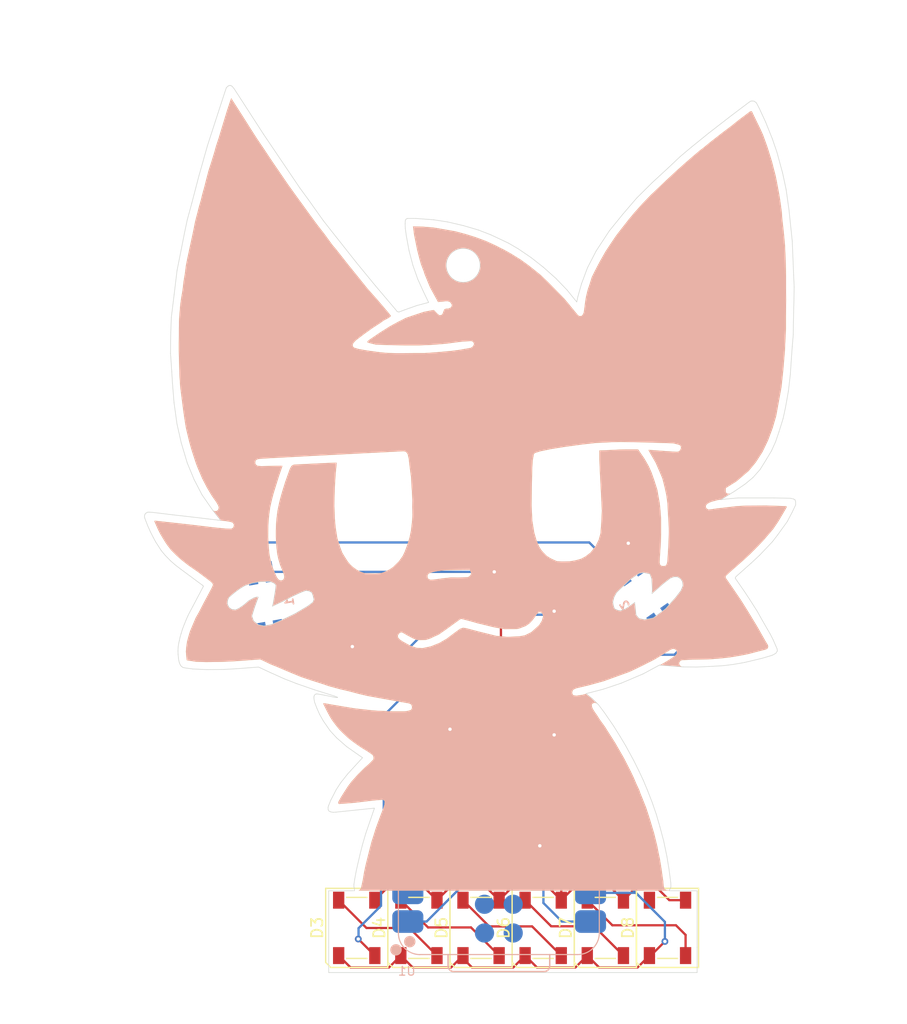
<source format=kicad_pcb>
(kicad_pcb (version 20240108) (generator "pcbnew") (generator_version "8.0")
  (layers (0 "F.Cu" signal) (31 "B.Cu" signal) (34 "B.Paste" user) (35 "F.Paste" user) (36 "B.SilkS" user "B.Silkscreen") (37 "F.SilkS" user "F.Silkscreen") (38 "B.Mask" user) (39 "F.Mask" user) (44 "Edge.Cuts" user))
  (net 0 "")
  (net 1 "Net-(D1-DOUT)")
  (net 2 "Net-(D2-DOUT)")
  (net 3 "Net-(D3-DOUT)")
  (net 4 "Net-(D4-DOUT)")
  (net 5 "Net-(D5-DOUT)")
  (net 6 "Net-(D6-DOUT)")
  (net 7 "Net-(D7-DOUT)")
  (net 12 "+5v")
  (net 17 "+3v3")
  (net 21 "GND")
  (net 30 "Net-(D1-DIN)")
  (footprint "LED_SMD:LED_SK6812_PLCC4_5.0x5.0mm_P3.2mm" (layer "F.Cu") (at 159.18 154.7 90)
    (property "Reference" "D6")
    (property "Value" "SK6812")
  )
  (footprint "LED_SMD:LED_SK6812_PLCC4_5.0x5.0mm_P3.2mm" (layer "F.Cu") (at 170.18 154.7 90)
    (property "Reference" "D8")
    (property "Value" "SK6812")
  )
  (footprint "LED_SMD:LED_SK6812_PLCC4_5.0x5.0mm_P3.2mm" (layer "F.Cu") (at 164.68 154.7 90)
    (property "Reference" "D7")
    (property "Value" "SK6812")
  )
  (footprint "LED_SMD:LED_SK6812_PLCC4_5.0x5.0mm_P3.2mm" (layer "F.Cu") (at 153.68 154.7 90)
    (property "Reference" "D5")
    (property "Value" "SK6812")
  )
  (footprint "LED_SMD:LED_SK6812_PLCC4_5.0x5.0mm_P3.2mm" (layer "F.Cu") (at 148.18 154.7 90)
    (property "Reference" "D4")
    (property "Value" "SK6812")
  )
  (footprint "LED_SMD:LED_SK6812_PLCC4_5.0x5.0mm_P3.2mm" (layer "F.Cu") (at 142.68 154.7 90)
    (property "Reference" "D3")
    (property "Value" "SK6812")
  )
  (footprint "Pixeldust:SK6812MINI-E" (layer "B.Cu") (at 134.605517 125.900284 -80)
    (property "Reference" "D1")
    (property "Value" "SK6812MINI" (hide yes))
  )
  (footprint "Pixeldust:SK6812MINI-E" (layer "B.Cu") (at 168.273065 125.220022 125)
    (property "Reference" "D2")
    (property "Value" "SK6812MINI" (hide yes))
  )
  (footprint "Pixeldust:XIAO-ESP32S3-SMD" (layer "B.Cu") (at 155.261364 146.566999)
    (property "Reference" "U1")
    (property "Value" "XIAO-ESP32-S3-SMD")
  )
  (gr_line (start 179.88 130.03) (end 179.76 129.75) (stroke (width 0.05)) (layer "Edge.Cuts"))
  (gr_line (start 125.38 118.04) (end 126.35 118.16) (stroke (width 0.05)) (layer "Edge.Cuts"))
  (gr_line (start 147.91 91.95) (end 147.16 91.95) (stroke (width 0.05)) (layer "Edge.Cuts"))
  (gr_line (start 180.78 118.76) (end 181.21 117.94) (stroke (width 0.05)) (layer "Edge.Cuts"))
  (gr_line (start 168.01 132.24) (end 169.46 131.46) (stroke (width 0.05)) (layer "Edge.Cuts"))
  (gr_line (start 168.83 124.74) (end 168.81 125.13) (stroke (width 0.05)) (layer "Edge.Cuts"))
  (gr_line (start 128.17 126.27) (end 127.86 126.85) (stroke (width 0.05)) (layer "Edge.Cuts"))
  (gr_line (start 127.36 131.68) (end 127.52 131.71) (stroke (width 0.05)) (layer "Edge.Cuts"))
  (gr_line (start 175.24 116.78) (end 174.9 116.83) (stroke (width 0.05)) (layer "Edge.Cuts"))
  (gr_line (start 127.94 123.59) (end 129.02 124.39) (stroke (width 0.05)) (layer "Edge.Cuts"))
  (gr_line (start 149.49 92.07) (end 147.91 91.95) (stroke (width 0.05)) (layer "Edge.Cuts"))
  (gr_line (start 135.92 127.53) (end 135.13 127.87) (stroke (width 0.05)) (layer "Edge.Cuts"))
  (gr_line (start 172.78 131.63) (end 173.87 131.58) (stroke (width 0.05)) (layer "Edge.Cuts"))
  (gr_line (start 168.92 127.29) (end 168.15 127.44) (stroke (width 0.05)) (layer "Edge.Cuts"))
  (gr_line (start 148.08 97.32) (end 148.56 98.38) (stroke (width 0.05)) (layer "Edge.Cuts"))
  (gr_line (start 179.6 116.67) (end 176.42 116.67) (stroke (width 0.05)) (layer "Edge.Cuts"))
  (gr_line (start 142.43 150.85) (end 142.43 151.05) (stroke (width 0.05)) (layer "Edge.Cuts"))
  (gr_line (start 127.68 92.08) (end 127.43 93.27) (stroke (width 0.05)) (layer "Edge.Cuts"))
  (gr_line (start 168.04 141.65) (end 167.67 140.86) (stroke (width 0.05)) (layer "Edge.Cuts"))
  (gr_line (start 131.53 80.19) (end 131.42 80.19) (stroke (width 0.05)) (layer "Edge.Cuts"))
  (gr_line (start 133.99 131.63) (end 135.02 132.11) (stroke (width 0.05)) (layer "Edge.Cuts"))
  (gr_line (start 146.96 100.02) (end 146.41 100.23) (stroke (width 0.05)) (layer "Edge.Cuts"))
  (gr_line (start 149.04 99.38) (end 148.01 99.65) (stroke (width 0.05)) (layer "Edge.Cuts"))
  (gr_line (start 139.26 134.02) (end 139.13 134.01) (stroke (width 0.05)) (layer "Edge.Cuts"))
  (gr_line (start 179.9 130.21) (end 179.88 130.03) (stroke (width 0.05)) (layer "Edge.Cuts"))
  (gr_line (start 129.1 124.47) (end 129.09 124.52) (stroke (width 0.05)) (layer "Edge.Cuts"))
  (gr_line (start 127.26 131.64) (end 127.36 131.68) (stroke (width 0.05)) (layer "Edge.Cuts"))
  (gr_line (start 170.22 87.5) (end 168.85 88.76) (stroke (width 0.05)) (layer "Edge.Cuts"))
  (gr_line (start 125.38 121.33) (end 125.74 121.76) (stroke (width 0.05)) (layer "Edge.Cuts"))
  (gr_line (start 169.84 147.01) (end 169.51 145.76) (stroke (width 0.05)) (layer "Edge.Cuts"))
  (gr_circle (center 152.1 96.1) (end 153.6 96.1) (stroke (width 0.05)) (fill none) (layer "Edge.Cuts"))
  (gr_line (start 142.67 95.88) (end 140.98 93.74) (stroke (width 0.05)) (layer "Edge.Cuts"))
  (gr_line (start 178.38 114.15) (end 178.95 113.23) (stroke (width 0.05)) (layer "Edge.Cuts"))
  (gr_line (start 176.97 131.23) (end 178.57 130.85) (stroke (width 0.05)) (layer "Edge.Cuts"))
  (gr_line (start 141.79 138.67) (end 143.19 139.65) (stroke (width 0.05)) (layer "Edge.Cuts"))
  (gr_line (start 135.38 124.22) (end 135.53 124.39) (stroke (width 0.05)) (layer "Edge.Cuts"))
  (gr_line (start 127.58 127.46) (end 127.42 127.85) (stroke (width 0.05)) (layer "Edge.Cuts"))
  (gr_line (start 135.22 126.25) (end 136.22 125.78) (stroke (width 0.05)) (layer "Edge.Cuts"))
  (gr_line (start 131.14 80.39) (end 131 80.8) (stroke (width 0.05)) (layer "Edge.Cuts"))
  (gr_line (start 174.9 116.83) (end 176.13 116.07) (stroke (width 0.05)) (layer "Edge.Cuts"))
  (gr_line (start 138.99 134.06) (end 138.92 134.15) (stroke (width 0.05)) (layer "Edge.Cuts"))
  (gr_line (start 142.48 151.27) (end 142.48 151.42) (stroke (width 0.05)) (layer "Edge.Cuts"))
  (gr_line (start 126.9 130.83) (end 126.93 131.03) (stroke (width 0.05)) (layer "Edge.Cuts"))
  (gr_line (start 178.87 83.44) (end 178.3 82.21) (stroke (width 0.05)) (layer "Edge.Cuts"))
  (gr_line (start 129.71 118.55) (end 130.38 118.63) (stroke (width 0.05)) (layer "Edge.Cuts"))
  (gr_line (start 176.2 123.81) (end 176.18 123.76) (stroke (width 0.05)) (layer "Edge.Cuts"))
  (gr_line (start 137.78 125.01) (end 138.19 124.86) (stroke (width 0.05)) (layer "Edge.Cuts"))
  (gr_line (start 138.38 90.26) (end 137.64 89.25) (stroke (width 0.05)) (layer "Edge.Cuts"))
  (gr_line (start 171.55 124.42) (end 171.37 124.86) (stroke (width 0.05)) (layer "Edge.Cuts"))
  (gr_line (start 127.03 131.36) (end 127.1 131.5) (stroke (width 0.05)) (layer "Edge.Cuts"))
  (gr_line (start 131.92 125) (end 132.34 124.69) (stroke (width 0.05)) (layer "Edge.Cuts"))
  (gr_line (start 133.86 125.42) (end 133.56 125.51) (stroke (width 0.05)) (layer "Edge.Cuts"))
  (gr_line (start 131.37 126.34) (end 131.23 126.05) (stroke (width 0.05)) (layer "Edge.Cuts"))
  (gr_line (start 181.32 101.18) (end 181.36 99.59) (stroke (width 0.05)) (layer "Edge.Cuts"))
  (gr_line (start 165.97 137.74) (end 165.41 136.84) (stroke (width 0.05)) (layer "Edge.Cuts"))
  (gr_line (start 176.97 124.92) (end 176.36 124.04) (stroke (width 0.05)) (layer "Edge.Cuts"))
  (gr_line (start 126.63 122.61) (end 127.13 122.99) (stroke (width 0.05)) (layer "Edge.Cuts"))
  (gr_line (start 161.3 98.29) (end 160.32 97.27) (stroke (width 0.05)) (layer "Edge.Cuts"))
  (gr_line (start 138.89 125.65) (end 138.8 125.89) (stroke (width 0.05)) (layer "Edge.Cuts"))
  (gr_line (start 138.92 134.15) (end 138.89 134.26) (stroke (width 0.05)) (layer "Edge.Cuts"))
  (gr_line (start 140.98 93.74) (end 140.85 93.58) (stroke (width 0.05)) (layer "Edge.Cuts"))
  (gr_line (start 147.07 93.51) (end 147.31 94.81) (stroke (width 0.05)) (layer "Edge.Cuts"))
  (gr_line (start 130.17 83.35) (end 129.46 85.54) (stroke (width 0.05)) (layer "Edge.Cuts"))
  (gr_line (start 126.86 130.2) (end 126.87 130.51) (stroke (width 0.05)) (layer "Edge.Cuts"))
  (gr_line (start 165.03 93.05) (end 163.87 94.82) (stroke (width 0.05)) (layer "Edge.Cuts"))
  (gr_line (start 177.04 115.45) (end 177.74 114.87) (stroke (width 0.05)) (layer "Edge.Cuts"))
  (gr_line (start 178.3 82.21) (end 178.05 81.73) (stroke (width 0.05)) (layer "Edge.Cuts"))
  (gr_line (start 172.8 158.65) (end 172.8 156.42) (stroke (width 0.05)) (layer "Edge.Cuts"))
  (gr_line (start 165.79 126.61) (end 165.5 126.48) (stroke (width 0.05)) (layer "Edge.Cuts"))
  (gr_line (start 166.89 123.87) (end 167.66 123.34) (stroke (width 0.05)) (layer "Edge.Cuts"))
  (gr_line (start 171.5 124.07) (end 171.55 124.42) (stroke (width 0.05)) (layer "Edge.Cuts"))
  (gr_line (start 181.39 98.01) (end 181.34 96.93) (stroke (width 0.05)) (layer "Edge.Cuts"))
  (gr_line (start 179.38 112.51) (end 179.75 111.69) (stroke (width 0.05)) (layer "Edge.Cuts"))
  (gr_line (start 129.08 124.43) (end 129.1 124.47) (stroke (width 0.05)) (layer "Edge.Cuts"))
  (gr_line (start 162.24 98.9) (end 162.15 99.34) (stroke (width 0.05)) (layer "Edge.Cuts"))
  (gr_line (start 148.56 98.38) (end 149.04 99.38) (stroke (width 0.05)) (layer "Edge.Cuts"))
  (gr_line (start 131.67 125.21) (end 131.92 125) (stroke (width 0.05)) (layer "Edge.Cuts"))
  (gr_line (start 138.89 134.26) (end 138.89 134.37) (stroke (width 0.05)) (layer "Edge.Cuts"))
  (gr_line (start 133.64 126.35) (end 133.97 125.45) (stroke (width 0.05)) (layer "Edge.Cuts"))
  (gr_line (start 181.05 116.7) (end 179.6 116.67) (stroke (width 0.05)) (layer "Edge.Cuts"))
  (gr_line (start 124.18 119.13) (end 123.91 118.43) (stroke (width 0.05)) (layer "Edge.Cuts"))
  (gr_line (start 152.1 92.58) (end 150.72 92.26) (stroke (width 0.05)) (layer "Edge.Cuts"))
  (gr_line (start 150.72 92.26) (end 149.49 92.07) (stroke (width 0.05)) (layer "Edge.Cuts"))
  (gr_line (start 128.08 90.61) (end 127.68 92.08) (stroke (width 0.05)) (layer "Edge.Cuts"))
  (gr_line (start 181.14 104.39) (end 181.22 103.27) (stroke (width 0.05)) (layer "Edge.Cuts"))
  (gr_line (start 165.5 126.48) (end 165.41 126.25) (stroke (width 0.05)) (layer "Edge.Cuts"))
  (gr_line (start 179.75 111.69) (end 180.04 110.84) (stroke (width 0.05)) (layer "Edge.Cuts"))
  (gr_line (start 170.47 150.71) (end 170.31 149.49) (stroke (width 0.05)) (layer "Edge.Cuts"))
  (gr_line (start 131.23 126.05) (end 131.25 125.75) (stroke (width 0.05)) (layer "Edge.Cuts"))
  (gr_line (start 168.06 123.27) (end 168.62 123.39) (stroke (width 0.05)) (layer "Edge.Cuts"))
  (gr_line (start 172.8 151.42) (end 172.8 156.42) (stroke (width 0.05)) (layer "Edge.Cuts"))
  (gr_line (start 131.96 126.57) (end 131.62 126.53) (stroke (width 0.05)) (layer "Edge.Cuts"))
  (gr_line (start 140.15 144.23) (end 140.21 144.36) (stroke (width 0.05)) (layer "Edge.Cuts"))
  (gr_line (start 137.37 133.1) (end 138.96 133.65) (stroke (width 0.05)) (layer "Edge.Cuts"))
  (gr_line (start 133.97 127.89) (end 133.55 127.55) (stroke (width 0.05)) (layer "Edge.Cuts"))
  (gr_line (start 126.97 131.21) (end 127.03 131.36) (stroke (width 0.05)) (layer "Edge.Cuts"))
  (gr_line (start 170.36 151.31) (end 170.36 151.42) (stroke (width 0.05)) (layer "Edge.Cuts"))
  (gr_line (start 146.98 92.14) (end 146.96 92.41) (stroke (width 0.05)) (layer "Edge.Cuts"))
  (gr_line (start 135.3 125.9) (end 135.22 126.25) (stroke (width 0.05)) (layer "Edge.Cuts"))
  (gr_line (start 171.57 131.62) (end 172.78 131.63) (stroke (width 0.05)) (layer "Edge.Cuts"))
  (gr_line (start 180.41 109.65) (end 180.62 108.68) (stroke (width 0.05)) (layer "Edge.Cuts"))
  (gr_line (start 180.93 91.19) (end 180.68 89.4) (stroke (width 0.05)) (layer "Edge.Cuts"))
  (gr_line (start 170.02 126.47) (end 168.92 127.29) (stroke (width 0.05)) (layer "Edge.Cuts"))
  (gr_line (start 140.21 144.36) (end 140.37 144.44) (stroke (width 0.05)) (layer "Edge.Cuts"))
  (gr_line (start 135.47 124.89) (end 135.3 125.9) (stroke (width 0.05)) (layer "Edge.Cuts"))
  (gr_line (start 138.8 125.28) (end 138.89 125.65) (stroke (width 0.05)) (layer "Edge.Cuts"))
  (gr_line (start 132.34 124.69) (end 132.79 124.42) (stroke (width 0.05)) (layer "Edge.Cuts"))
  (gr_line (start 128.03 118.35) (end 129.71 118.55) (stroke (width 0.05)) (layer "Edge.Cuts"))
  (gr_line (start 170.36 151.31) (end 170.44 151.21) (stroke (width 0.05)) (layer "Edge.Cuts"))
  (gr_line (start 168.85 88.76) (end 167.46 90.14) (stroke (width 0.05)) (layer "Edge.Cuts"))
  (gr_line (start 181.05 105.75) (end 181.14 104.39) (stroke (width 0.05)) (layer "Edge.Cuts"))
  (gr_line (start 176.36 124.04) (end 176.2 123.81) (stroke (width 0.05)) (layer "Edge.Cuts"))
  (gr_line (start 124.62 117.95) (end 125.38 118.04) (stroke (width 0.05)) (layer "Edge.Cuts"))
  (gr_line (start 179.02 128.28) (end 178.57 127.5) (stroke (width 0.05)) (layer "Edge.Cuts"))
  (gr_line (start 165.45 125.45) (end 165.66 125.06) (stroke (width 0.05)) (layer "Edge.Cuts"))
  (gr_line (start 126.78 96.54) (end 126.52 98.69) (stroke (width 0.05)) (layer "Edge.Cuts"))
  (gr_line (start 175.1 131.51) (end 175.98 131.4) (stroke (width 0.05)) (layer "Edge.Cuts"))
  (gr_line (start 170.12 148.34) (end 169.84 147.01) (stroke (width 0.05)) (layer "Edge.Cuts"))
  (gr_line (start 139.84 134.12) (end 139.26 134.02) (stroke (width 0.05)) (layer "Edge.Cuts"))
  (gr_line (start 168.15 127.44) (end 167.66 127.33) (stroke (width 0.05)) (layer "Edge.Cuts"))
  (gr_line (start 179.76 129.75) (end 179.53 129.22) (stroke (width 0.05)) (layer "Edge.Cuts"))
  (gr_line (start 169.51 145.76) (end 169.18 144.63) (stroke (width 0.05)) (layer "Edge.Cuts"))
  (gr_line (start 125.13 120.94) (end 125.38 121.33) (stroke (width 0.05)) (layer "Edge.Cuts"))
  (gr_line (start 127.14 128.66) (end 127.05 128.97) (stroke (width 0.05)) (layer "Edge.Cuts"))
  (gr_line (start 142.64 149.63) (end 142.5 150.39) (stroke (width 0.05)) (layer "Edge.Cuts"))
  (gr_line (start 127.25 128.3) (end 127.14 128.66) (stroke (width 0.05)) (layer "Edge.Cuts"))
  (gr_line (start 166.5 126.46) (end 166.03 126.65) (stroke (width 0.05)) (layer "Edge.Cuts"))
  (gr_line (start 128.99 116.4) (end 129.95 117.78) (stroke (width 0.05)) (layer "Edge.Cuts"))
  (gr_line (start 140.69 134.19) (end 140.98 134.3) (stroke (width 0.05)) (layer "Edge.Cuts"))
  (gr_line (start 181.45 116.82) (end 181.29 116.75) (stroke (width 0.05)) (layer "Edge.Cuts"))
  (gr_line (start 126.22 102.09) (end 126.2 103.88) (stroke (width 0.05)) (layer "Edge.Cuts"))
  (gr_line (start 177.69 81.56) (end 177.56 81.57) (stroke (width 0.05)) (layer "Edge.Cuts"))
  (gr_line (start 170.92 125.45) (end 170.02 126.47) (stroke (width 0.05)) (layer "Edge.Cuts"))
  (gr_line (start 126.93 129.5) (end 126.88 129.83) (stroke (width 0.05)) (layer "Edge.Cuts"))
  (gr_line (start 138.34 126.24) (end 137.21 126.91) (stroke (width 0.05)) (layer "Edge.Cuts"))
  (gr_line (start 140.32 137.26) (end 140.9 137.89) (stroke (width 0.05)) (layer "Edge.Cuts"))
  (gr_line (start 126.77 110.12) (end 127.15 111.8) (stroke (width 0.05)) (layer "Edge.Cuts"))
  (gr_line (start 168.62 123.39) (end 168.78 123.82) (stroke (width 0.05)) (layer "Edge.Cuts"))
  (gr_line (start 140.79 134.32) (end 139.84 134.12) (stroke (width 0.05)) (layer "Edge.Cuts"))
  (gr_line (start 167.4 127.02) (end 167.32 126.27) (stroke (width 0.05)) (layer "Edge.Cuts"))
  (gr_line (start 166.03 126.65) (end 165.79 126.61) (stroke (width 0.05)) (layer "Edge.Cuts"))
  (gr_line (start 167.66 123.34) (end 168.06 123.27) (stroke (width 0.05)) (layer "Edge.Cuts"))
  (gr_line (start 140.2 151.42) (end 140.48 151.42) (stroke (width 0.05)) (layer "Edge.Cuts"))
  (gr_line (start 140.98 134.3) (end 140.97 134.33) (stroke (width 0.05)) (layer "Edge.Cuts"))
  (gr_line (start 135.53 124.39) (end 135.47 124.89) (stroke (width 0.05)) (layer "Edge.Cuts"))
  (gr_line (start 173.87 131.58) (end 175.1 131.51) (stroke (width 0.05)) (layer "Edge.Cuts"))
  (gr_line (start 140.14 144.04) (end 140.15 144.23) (stroke (width 0.05)) (layer "Edge.Cuts"))
  (gr_line (start 165.34 125.89) (end 165.45 125.45) (stroke (width 0.05)) (layer "Edge.Cuts"))
  (gr_line (start 137.12 125.31) (end 137.78 125.01) (stroke (width 0.05)) (layer "Edge.Cuts"))
  (gr_line (start 180.88 107.22) (end 181.05 105.75) (stroke (width 0.05)) (layer "Edge.Cuts"))
  (gr_line (start 129.46 131.86) (end 130.94 131.84) (stroke (width 0.05)) (layer "Edge.Cuts"))
  (gr_line (start 124.04 118) (end 124.19 117.93) (stroke (width 0.05)) (layer "Edge.Cuts"))
  (gr_line (start 153.43 92.97) (end 152.1 92.58) (stroke (width 0.05)) (layer "Edge.Cuts"))
  (gr_line (start 166.48 138.59) (end 165.97 137.74) (stroke (width 0.05)) (layer "Edge.Cuts"))
  (gr_line (start 132.02 131.78) (end 133.99 131.63) (stroke (width 0.05)) (layer "Edge.Cuts"))
  (gr_line (start 179.27 128.71) (end 179.02 128.28) (stroke (width 0.05)) (layer "Edge.Cuts"))
  (gr_line (start 138.89 134.37) (end 138.91 134.53) (stroke (width 0.05)) (layer "Edge.Cuts"))
  (gr_line (start 180.68 89.4) (end 180.37 87.95) (stroke (width 0.05)) (layer "Edge.Cuts"))
  (gr_line (start 126.52 98.69) (end 126.27 100.72) (stroke (width 0.05)) (layer "Edge.Cuts"))
  (gr_line (start 181.34 96.93) (end 181.22 93.96) (stroke (width 0.05)) (layer "Edge.Cuts"))
  (gr_line (start 128.72 88.16) (end 128.08 90.61) (stroke (width 0.05)) (layer "Edge.Cuts"))
  (gr_line (start 136.22 125.78) (end 137.12 125.31) (stroke (width 0.05)) (layer "Edge.Cuts"))
  (gr_line (start 127.72 127.14) (end 127.58 127.46) (stroke (width 0.05)) (layer "Edge.Cuts"))
  (gr_line (start 179.87 86.11) (end 179.45 84.89) (stroke (width 0.05)) (layer "Edge.Cuts"))
  (gr_line (start 158.12 95.42) (end 156.96 94.63) (stroke (width 0.05)) (layer "Edge.Cuts"))
  (gr_line (start 128.29 115.05) (end 128.99 116.4) (stroke (width 0.05)) (layer "Edge.Cuts"))
  (gr_line (start 127.86 126.85) (end 127.72 127.14) (stroke (width 0.05)) (layer "Edge.Cuts"))
  (gr_line (start 127.18 131.58) (end 127.26 131.64) (stroke (width 0.05)) (layer "Edge.Cuts"))
  (gr_line (start 160.32 97.27) (end 159.2 96.27) (stroke (width 0.05)) (layer "Edge.Cuts"))
  (gr_line (start 136.24 132.66) (end 137.37 133.1) (stroke (width 0.05)) (layer "Edge.Cuts"))
  (gr_line (start 137.64 89.25) (end 134.43 84.5) (stroke (width 0.05)) (layer "Edge.Cuts"))
  (gr_line (start 179.45 84.89) (end 178.87 83.44) (stroke (width 0.05)) (layer "Edge.Cuts"))
  (gr_line (start 137.21 126.91) (end 135.92 127.53) (stroke (width 0.05)) (layer "Edge.Cuts"))
  (gr_line (start 168.78 123.82) (end 168.83 124.74) (stroke (width 0.05)) (layer "Edge.Cuts"))
  (gr_line (start 132.27 126.42) (end 131.96 126.57) (stroke (width 0.05)) (layer "Edge.Cuts"))
  (gr_line (start 165.66 125.06) (end 165.81 124.9) (stroke (width 0.05)) (layer "Edge.Cuts"))
  (gr_line (start 146.06 99.94) (end 144.33 97.9) (stroke (width 0.05)) (layer "Edge.Cuts"))
  (gr_line (start 131.29 80.24) (end 131.14 80.39) (stroke (width 0.05)) (layer "Edge.Cuts"))
  (gr_line (start 123.91 118.43) (end 123.9 118.32) (stroke (width 0.05)) (layer "Edge.Cuts"))
  (gr_line (start 124.67 120.16) (end 124.42 119.67) (stroke (width 0.05)) (layer "Edge.Cuts"))
  (gr_line (start 139.13 134.01) (end 139.06 134.02) (stroke (width 0.05)) (layer "Edge.Cuts"))
  (gr_line (start 166.23 91.57) (end 165.03 93.05) (stroke (width 0.05)) (layer "Edge.Cuts"))
  (gr_line (start 177.56 81.57) (end 177.4 81.67) (stroke (width 0.05)) (layer "Edge.Cuts"))
  (gr_line (start 169.46 131.46) (end 171.57 131.62) (stroke (width 0.05)) (layer "Edge.Cuts"))
  (gr_line (start 131.62 126.53) (end 131.37 126.34) (stroke (width 0.05)) (layer "Edge.Cuts"))
  (gr_line (start 163.1 96.31) (end 162.57 97.73) (stroke (width 0.05)) (layer "Edge.Cuts"))
  (gr_line (start 170.36 151.42) (end 172.36 151.42) (stroke (width 0.05)) (layer "Edge.Cuts"))
  (gr_line (start 133.55 127.55) (end 133.4 127.12) (stroke (width 0.05)) (layer "Edge.Cuts"))
  (gr_line (start 129.08 86.89) (end 128.72 88.16) (stroke (width 0.05)) (layer "Edge.Cuts"))
  (gr_line (start 131.83 80.48) (end 131.65 80.26) (stroke (width 0.05)) (layer "Edge.Cuts"))
  (gr_line (start 164.49 133.59) (end 166.07 133.06) (stroke (width 0.05)) (layer "Edge.Cuts"))
  (gr_line (start 143.47 146.37) (end 143.18 147.37) (stroke (width 0.05)) (layer "Edge.Cuts"))
  (gr_line (start 146.96 92.41) (end 146.98 92.85) (stroke (width 0.05)) (layer "Edge.Cuts"))
  (gr_line (start 163.54 134.44) (end 162.98 133.98) (stroke (width 0.05)) (layer "Edge.Cuts"))
  (gr_line (start 127.15 111.8) (end 127.68 113.58) (stroke (width 0.05)) (layer "Edge.Cuts"))
  (gr_line (start 139.73 136.41) (end 140.32 137.26) (stroke (width 0.05)) (layer "Edge.Cuts"))
  (gr_line (start 138.95 134.74) (end 139.15 135.27) (stroke (width 0.05)) (layer "Edge.Cuts"))
  (gr_line (start 126.31 105.5) (end 126.37 106.5) (stroke (width 0.05)) (layer "Edge.Cuts"))
  (gr_line (start 179.46 120.55) (end 179.93 119.94) (stroke (width 0.05)) (layer "Edge.Cuts"))
  (gr_line (start 138.8 125.89) (end 138.34 126.24) (stroke (width 0.05)) (layer "Edge.Cuts"))
  (gr_line (start 126.88 129.83) (end 126.86 130.2) (stroke (width 0.05)) (layer "Edge.Cuts"))
  (gr_line (start 173.83 84.4) (end 172.3 85.64) (stroke (width 0.05)) (layer "Edge.Cuts"))
  (gr_line (start 140.2 158.65) (end 172.8 158.65) (stroke (width 0.05)) (layer "Edge.Cuts"))
  (gr_line (start 167.32 126.27) (end 167.28 125.92) (stroke (width 0.05)) (layer "Edge.Cuts"))
  (gr_line (start 171.34 123.82) (end 171.5 124.07) (stroke (width 0.05)) (layer "Edge.Cuts"))
  (gr_line (start 170.48 151.07) (end 170.47 150.71) (stroke (width 0.05)) (layer "Edge.Cuts"))
  (gr_line (start 133.56 125.51) (end 133.12 125.76) (stroke (width 0.05)) (layer "Edge.Cuts"))
  (gr_line (start 140.19 143.88) (end 140.14 144.04) (stroke (width 0.05)) (layer "Edge.Cuts"))
  (gr_line (start 178.57 130.85) (end 179.44 130.59) (stroke (width 0.05)) (layer "Edge.Cuts"))
  (gr_line (start 134.43 84.5) (end 132.44 81.42) (stroke (width 0.05)) (layer "Edge.Cuts"))
  (gr_line (start 179.53 129.22) (end 179.27 128.71) (stroke (width 0.05)) (layer "Edge.Cuts"))
  (gr_line (start 140.87 142.46) (end 140.39 143.39) (stroke (width 0.05)) (layer "Edge.Cuts"))
  (gr_line (start 164.59 135.65) (end 164.07 134.96) (stroke (width 0.05)) (layer "Edge.Cuts"))
  (gr_line (start 143.19 139.65) (end 141.88 141.08) (stroke (width 0.05)) (layer "Edge.Cuts"))
  (gr_line (start 135.03 124.06) (end 135.38 124.22) (stroke (width 0.05)) (layer "Edge.Cuts"))
  (gr_line (start 172.3 85.64) (end 171.31 86.47) (stroke (width 0.05)) (layer "Edge.Cuts"))
  (gr_line (start 156.96 94.63) (end 156.1 94.13) (stroke (width 0.05)) (layer "Edge.Cuts"))
  (gr_line (start 181.21 117.94) (end 181.52 117.29) (stroke (width 0.05)) (layer "Edge.Cuts"))
  (gr_line (start 180.37 87.95) (end 179.87 86.11) (stroke (width 0.05)) (layer "Edge.Cuts"))
  (gr_line (start 132.68 126.14) (end 132.27 126.42) (stroke (width 0.05)) (layer "Edge.Cuts"))
  (gr_line (start 140.85 144.46) (end 144.23 144.11) (stroke (width 0.05)) (layer "Edge.Cuts"))
  (gr_line (start 165.41 136.84) (end 164.59 135.65) (stroke (width 0.05)) (layer "Edge.Cuts"))
  (gr_line (start 179.76 130.42) (end 179.9 130.21) (stroke (width 0.05)) (layer "Edge.Cuts"))
  (gr_line (start 129.95 117.78) (end 130.645 118.665) (stroke (width 0.05)) (layer "Edge.Cuts"))
  (gr_line (start 140.2 158.65) (end 140.2 156.42) (stroke (width 0.05)) (layer "Edge.Cuts"))
  (gr_line (start 178.11 126.68) (end 177.46 125.66) (stroke (width 0.05)) (layer "Edge.Cuts"))
  (gr_line (start 181.31 102.23) (end 181.32 101.18) (stroke (width 0.05)) (layer "Edge.Cuts"))
  (gr_line (start 129.02 124.39) (end 129.08 124.43) (stroke (width 0.05)) (layer "Edge.Cuts"))
  (gr_line (start 167.46 90.14) (end 166.23 91.57) (stroke (width 0.05)) (layer "Edge.Cuts"))
  (gr_line (start 124.42 119.67) (end 124.18 119.13) (stroke (width 0.05)) (layer "Edge.Cuts"))
  (gr_line (start 178.95 113.23) (end 179.38 112.51) (stroke (width 0.05)) (layer "Edge.Cuts"))
  (gr_line (start 146.41 100.23) (end 146.26 100.19) (stroke (width 0.05)) (layer "Edge.Cuts"))
  (gr_line (start 140.6 144.48) (end 140.85 144.46) (stroke (width 0.05)) (layer "Edge.Cuts"))
  (gr_line (start 134.1 124.08) (end 135.03 124.06) (stroke (width 0.05)) (layer "Edge.Cuts"))
  (gr_line (start 144.23 144.16) (end 143.47 146.37) (stroke (width 0.05)) (layer "Edge.Cuts"))
  (gr_line (start 177.58 122.44) (end 178.34 121.73) (stroke (width 0.05)) (layer "Edge.Cuts"))
  (gr_line (start 127.13 122.99) (end 127.94 123.59) (stroke (width 0.05)) (layer "Edge.Cuts"))
  (gr_line (start 123.91 118.19) (end 123.95 118.1) (stroke (width 0.05)) (layer "Edge.Cuts"))
  (gr_line (start 167.28 125.92) (end 166.5 126.46) (stroke (width 0.05)) (layer "Edge.Cuts"))
  (gr_line (start 177.85 81.58) (end 177.69 81.56) (stroke (width 0.05)) (layer "Edge.Cuts"))
  (gr_line (start 131 80.8) (end 130.17 83.35) (stroke (width 0.05)) (layer "Edge.Cuts"))
  (gr_line (start 163.87 94.82) (end 163.1 96.31) (stroke (width 0.05)) (layer "Edge.Cuts"))
  (gr_line (start 169.8 124.26) (end 170.43 123.77) (stroke (width 0.05)) (layer "Edge.Cuts"))
  (gr_line (start 167.21 139.93) (end 166.48 138.59) (stroke (width 0.05)) (layer "Edge.Cuts"))
  (gr_line (start 131.36 125.47) (end 131.67 125.21) (stroke (width 0.05)) (layer "Edge.Cuts"))
  (gr_line (start 147.31 94.81) (end 147.65 96.1) (stroke (width 0.05)) (layer "Edge.Cuts"))
  (gr_line (start 176.42 116.67) (end 175.66 116.74) (stroke (width 0.05)) (layer "Edge.Cuts"))
  (gr_line (start 148.01 99.65) (end 146.96 100.02) (stroke (width 0.05)) (layer "Edge.Cuts"))
  (gr_line (start 170.75 123.65) (end 171.06 123.65) (stroke (width 0.05)) (layer "Edge.Cuts"))
  (gr_line (start 180.04 110.84) (end 180.41 109.65) (stroke (width 0.05)) (layer "Edge.Cuts"))
  (gr_line (start 138.19 124.86) (end 138.48 124.91) (stroke (width 0.05)) (layer "Edge.Cuts"))
  (gr_line (start 139.06 134.02) (end 138.99 134.06) (stroke (width 0.05)) (layer "Edge.Cuts"))
  (gr_line (start 176.31 123.57) (end 177.58 122.44) (stroke (width 0.05)) (layer "Edge.Cuts"))
  (gr_line (start 177.74 114.87) (end 178.38 114.15) (stroke (width 0.05)) (layer "Edge.Cuts"))
  (gr_line (start 140.97 134.33) (end 140.79 134.32) (stroke (width 0.05)) (layer "Edge.Cuts"))
  (gr_line (start 154.55 93.4) (end 153.43 92.97) (stroke (width 0.05)) (layer "Edge.Cuts"))
  (gr_line (start 181.22 103.27) (end 181.31 102.23) (stroke (width 0.05)) (layer "Edge.Cuts"))
  (gr_line (start 159.2 96.27) (end 158.12 95.42) (stroke (width 0.05)) (layer "Edge.Cuts"))
  (gr_line (start 162.15 99.34) (end 161.3 98.29) (stroke (width 0.05)) (layer "Edge.Cuts"))
  (gr_line (start 147.03 92.02) (end 146.98 92.14) (stroke (width 0.05)) (layer "Edge.Cuts"))
  (gr_line (start 171.06 123.65) (end 171.34 123.82) (stroke (width 0.05)) (layer "Edge.Cuts"))
  (gr_line (start 172.36 151.42) (end 172.8 151.42) (stroke (width 0.05)) (layer "Edge.Cuts"))
  (gr_line (start 167.66 127.33) (end 167.4 127.02) (stroke (width 0.05)) (layer "Edge.Cuts"))
  (gr_line (start 130.38 118.63) (end 130.645 118.665) (stroke (width 0.05)) (layer "Edge.Cuts"))
  (gr_line (start 126.37 106.5) (end 126.51 108.24) (stroke (width 0.05)) (layer "Edge.Cuts"))
  (gr_line (start 162.98 133.98) (end 164.49 133.59) (stroke (width 0.05)) (layer "Edge.Cuts"))
  (gr_line (start 140.2 151.42) (end 140.2 156.42) (stroke (width 0.05)) (layer "Edge.Cuts"))
  (gr_line (start 167.67 140.86) (end 167.21 139.93) (stroke (width 0.05)) (layer "Edge.Cuts"))
  (gr_line (start 133.4 127.12) (end 133.64 126.35) (stroke (width 0.05)) (layer "Edge.Cuts"))
  (gr_line (start 133.44 124.2) (end 134.1 124.08) (stroke (width 0.05)) (layer "Edge.Cuts"))
  (gr_line (start 175.66 116.74) (end 175.24 116.78) (stroke (width 0.05)) (layer "Edge.Cuts"))
  (gr_line (start 140.9 137.89) (end 141.79 138.67) (stroke (width 0.05)) (layer "Edge.Cuts"))
  (gr_line (start 123.9 118.32) (end 123.91 118.19) (stroke (width 0.05)) (layer "Edge.Cuts"))
  (gr_line (start 171.31 86.47) (end 170.22 87.5) (stroke (width 0.05)) (layer "Edge.Cuts"))
  (gr_line (start 156.1 94.13) (end 154.55 93.4) (stroke (width 0.05)) (layer "Edge.Cuts"))
  (gr_line (start 135.02 132.11) (end 136.24 132.66) (stroke (width 0.05)) (layer "Edge.Cuts"))
  (gr_line (start 126.2 122.23) (end 126.63 122.61) (stroke (width 0.05)) (layer "Edge.Cuts"))
  (gr_line (start 129.05 124.6) (end 128.17 126.27) (stroke (width 0.05)) (layer "Edge.Cuts"))
  (gr_line (start 164.07 134.96) (end 163.54 134.44) (stroke (width 0.05)) (layer "Edge.Cuts"))
  (gr_line (start 127.05 128.97) (end 126.98 129.29) (stroke (width 0.05)) (layer "Edge.Cuts"))
  (gr_line (start 124.19 117.93) (end 124.35 117.93) (stroke (width 0.05)) (layer "Edge.Cuts"))
  (gr_line (start 147.65 96.1) (end 148.08 97.32) (stroke (width 0.05)) (layer "Edge.Cuts"))
  (gr_line (start 131.65 80.26) (end 131.53 80.19) (stroke (width 0.05)) (layer "Edge.Cuts"))
  (gr_line (start 170.43 123.77) (end 170.75 123.65) (stroke (width 0.05)) (layer "Edge.Cuts"))
  (gr_line (start 179.44 130.59) (end 179.76 130.42) (stroke (width 0.05)) (layer "Edge.Cuts"))
  (gr_line (start 170.44 151.21) (end 170.48 151.07) (stroke (width 0.05)) (layer "Edge.Cuts"))
  (gr_line (start 166.07 133.06) (end 168.01 132.24) (stroke (width 0.05)) (layer "Edge.Cuts"))
  (gr_line (start 134.47 127.99) (end 133.97 127.89) (stroke (width 0.05)) (layer "Edge.Cuts"))
  (gr_line (start 139.4 135.83) (end 139.73 136.41) (stroke (width 0.05)) (layer "Edge.Cuts"))
  (gr_line (start 129.09 124.52) (end 129.05 124.6) (stroke (width 0.05)) (layer "Edge.Cuts"))
  (gr_line (start 144.23 144.11) (end 144.23 144.16) (stroke (width 0.05)) (layer "Edge.Cuts"))
  (gr_line (start 146.98 92.85) (end 147.07 93.51) (stroke (width 0.05)) (layer "Edge.Cuts"))
  (gr_line (start 147.16 91.95) (end 147.03 92.02) (stroke (width 0.05)) (layer "Edge.Cuts"))
  (gr_line (start 178.05 81.73) (end 177.85 81.58) (stroke (width 0.05)) (layer "Edge.Cuts"))
  (gr_line (start 127.43 93.27) (end 127.16 94.64) (stroke (width 0.05)) (layer "Edge.Cuts"))
  (gr_line (start 127.16 94.64) (end 126.78 96.54) (stroke (width 0.05)) (layer "Edge.Cuts"))
  (gr_line (start 125.13 120.94) (end 124.89 120.57) (stroke (width 0.05)) (layer "Edge.Cuts"))
  (gr_line (start 165.81 124.9) (end 166.89 123.87) (stroke (width 0.05)) (layer "Edge.Cuts"))
  (gr_line (start 175.9 82.8) (end 173.83 84.4) (stroke (width 0.05)) (layer "Edge.Cuts"))
  (gr_line (start 126.2 103.88) (end 126.31 105.5) (stroke (width 0.05)) (layer "Edge.Cuts"))
  (gr_line (start 177.4 81.67) (end 175.9 82.8) (stroke (width 0.05)) (layer "Edge.Cuts"))
  (gr_line (start 123.95 118.1) (end 124.04 118) (stroke (width 0.05)) (layer "Edge.Cuts"))
  (gr_line (start 177.46 125.66) (end 176.97 124.92) (stroke (width 0.05)) (layer "Edge.Cuts"))
  (gr_line (start 140.37 144.44) (end 140.6 144.48) (stroke (width 0.05)) (layer "Edge.Cuts"))
  (gr_line (start 141.27 141.85) (end 140.87 142.46) (stroke (width 0.05)) (layer "Edge.Cuts"))
  (gr_line (start 178.57 127.5) (end 178.11 126.68) (stroke (width 0.05)) (layer "Edge.Cuts"))
  (gr_line (start 126.51 108.24) (end 126.77 110.12) (stroke (width 0.05)) (layer "Edge.Cuts"))
  (gr_line (start 181.52 117) (end 181.45 116.82) (stroke (width 0.05)) (layer "Edge.Cuts"))
  (gr_line (start 181.36 99.59) (end 181.39 98.01) (stroke (width 0.05)) (layer "Edge.Cuts"))
  (gr_line (start 129.46 85.54) (end 129.08 86.89) (stroke (width 0.05)) (layer "Edge.Cuts"))
  (gr_line (start 130.94 131.84) (end 132.02 131.78) (stroke (width 0.05)) (layer "Edge.Cuts"))
  (gr_line (start 142.43 151.05) (end 142.48 151.27) (stroke (width 0.05)) (layer "Edge.Cuts"))
  (gr_line (start 176.18 123.76) (end 176.2 123.68) (stroke (width 0.05)) (layer "Edge.Cuts"))
  (gr_line (start 170.31 149.49) (end 170.12 148.34) (stroke (width 0.05)) (layer "Edge.Cuts"))
  (gr_line (start 142.5 150.39) (end 142.43 150.85) (stroke (width 0.05)) (layer "Edge.Cuts"))
  (gr_line (start 144.33 97.9) (end 142.67 95.88) (stroke (width 0.05)) (layer "Edge.Cuts"))
  (gr_line (start 165.41 126.25) (end 165.34 125.89) (stroke (width 0.05)) (layer "Edge.Cuts"))
  (gr_line (start 169.18 144.63) (end 168.82 143.59) (stroke (width 0.05)) (layer "Edge.Cuts"))
  (gr_line (start 126.87 130.51) (end 126.9 130.83) (stroke (width 0.05)) (layer "Edge.Cuts"))
  (gr_line (start 132.44 81.42) (end 131.83 80.48) (stroke (width 0.05)) (layer "Edge.Cuts"))
  (gr_line (start 133.12 125.76) (end 132.68 126.14) (stroke (width 0.05)) (layer "Edge.Cuts"))
  (gr_line (start 181.22 93.96) (end 180.93 91.19) (stroke (width 0.05)) (layer "Edge.Cuts"))
  (gr_line (start 142.96 148.24) (end 142.64 149.63) (stroke (width 0.05)) (layer "Edge.Cuts"))
  (gr_line (start 176.13 116.07) (end 177.04 115.45) (stroke (width 0.05)) (layer "Edge.Cuts"))
  (gr_line (start 179.93 119.94) (end 180.78 118.76) (stroke (width 0.05)) (layer "Edge.Cuts"))
  (gr_line (start 131.42 80.19) (end 131.29 80.24) (stroke (width 0.05)) (layer "Edge.Cuts"))
  (gr_line (start 143.18 147.37) (end 142.96 148.24) (stroke (width 0.05)) (layer "Edge.Cuts"))
  (gr_line (start 125.74 121.76) (end 126.2 122.23) (stroke (width 0.05)) (layer "Edge.Cuts"))
  (gr_line (start 139.15 135.27) (end 139.4 135.83) (stroke (width 0.05)) (layer "Edge.Cuts"))
  (gr_line (start 140.85 93.58) (end 139.71 92.13) (stroke (width 0.05)) (layer "Edge.Cuts"))
  (gr_line (start 126.98 129.29) (end 126.93 129.5) (stroke (width 0.05)) (layer "Edge.Cuts"))
  (gr_line (start 127.68 113.58) (end 128.29 115.05) (stroke (width 0.05)) (layer "Edge.Cuts"))
  (gr_line (start 127.42 127.85) (end 127.25 128.3) (stroke (width 0.05)) (layer "Edge.Cuts"))
  (gr_line (start 126.27 100.72) (end 126.22 102.09) (stroke (width 0.05)) (layer "Edge.Cuts"))
  (gr_line (start 138.48 124.91) (end 138.7 125.04) (stroke (width 0.05)) (layer "Edge.Cuts"))
  (gr_line (start 138.7 125.04) (end 138.8 125.28) (stroke (width 0.05)) (layer "Edge.Cuts"))
  (gr_line (start 168.81 125.13) (end 169.8 124.26) (stroke (width 0.05)) (layer "Edge.Cuts"))
  (gr_line (start 178.34 121.73) (end 179.46 120.55) (stroke (width 0.05)) (layer "Edge.Cuts"))
  (gr_line (start 171.37 124.86) (end 170.92 125.45) (stroke (width 0.05)) (layer "Edge.Cuts"))
  (gr_line (start 141.88 141.08) (end 141.27 141.85) (stroke (width 0.05)) (layer "Edge.Cuts"))
  (gr_line (start 135.13 127.87) (end 134.47 127.99) (stroke (width 0.05)) (layer "Edge.Cuts"))
  (gr_line (start 124.89 120.57) (end 124.67 120.16) (stroke (width 0.05)) (layer "Edge.Cuts"))
  (gr_line (start 180.62 108.68) (end 180.88 107.22) (stroke (width 0.05)) (layer "Edge.Cuts"))
  (gr_line (start 126.35 118.16) (end 128.03 118.35) (stroke (width 0.05)) (layer "Edge.Cuts"))
  (gr_line (start 133.97 125.45) (end 133.86 125.42) (stroke (width 0.05)) (layer "Edge.Cuts"))
  (gr_line (start 139.71 92.13) (end 138.38 90.26) (stroke (width 0.05)) (layer "Edge.Cuts"))
  (gr_line (start 181.29 116.75) (end 181.05 116.7) (stroke (width 0.05)) (layer "Edge.Cuts"))
  (gr_line (start 128.18 131.8) (end 129.46 131.86) (stroke (width 0.05)) (layer "Edge.Cuts"))
  (gr_line (start 176.2 123.68) (end 176.31 123.57) (stroke (width 0.05)) (layer "Edge.Cuts"))
  (gr_line (start 181.52 117.29) (end 181.52 117) (stroke (width 0.05)) (layer "Edge.Cuts"))
  (gr_line (start 138.91 134.53) (end 138.95 134.74) (stroke (width 0.05)) (layer "Edge.Cuts"))
  (gr_line (start 127.52 131.71) (end 128.18 131.8) (stroke (width 0.05)) (layer "Edge.Cuts"))
  (gr_line (start 132.79 124.42) (end 133.44 124.2) (stroke (width 0.05)) (layer "Edge.Cuts"))
  (gr_line (start 162.57 97.73) (end 162.24 98.9) (stroke (width 0.05)) (layer "Edge.Cuts"))
  (gr_line (start 146.26 100.19) (end 146.06 99.94) (stroke (width 0.05)) (layer "Edge.Cuts"))
  (gr_line (start 168.82 143.59) (end 168.38 142.46) (stroke (width 0.05)) (layer "Edge.Cuts"))
  (gr_line (start 168.38 142.46) (end 168.04 141.65) (stroke (width 0.05)) (layer "Edge.Cuts"))
  (gr_line (start 126.93 131.03) (end 126.97 131.21) (stroke (width 0.05)) (layer "Edge.Cuts"))
  (gr_line (start 127.1 131.5) (end 127.18 131.58) (stroke (width 0.05)) (layer "Edge.Cuts"))
  (gr_line (start 140.39 143.39) (end 140.19 143.88) (stroke (width 0.05)) (layer "Edge.Cuts"))
  (gr_line (start 131.25 125.75) (end 131.36 125.47) (stroke (width 0.05)) (layer "Edge.Cuts"))
  (gr_line (start 175.98 131.4) (end 176.97 131.23) (stroke (width 0.05)) (layer "Edge.Cuts"))
  (gr_line (start 142.48 151.42) (end 140.48 151.42) (stroke (width 0.05)) (layer "Edge.Cuts"))
  (gr_line (start 138.96 133.65) (end 140.69 134.19) (stroke (width 0.05)) (layer "Edge.Cuts"))
  (gr_line (start 124.35 117.93) (end 124.62 117.95) (stroke (width 0.05)) (layer "Edge.Cuts"))
  (segment (start 133.415426 122.556136) (end 133.06 122.20071) (width 0.2) (layer "B.Cu") (net 1))
  (segment (start 133.8 120.61) (end 163.256993 120.61) (width 0.2) (layer "B.Cu") (net 1))
  (segment (start 163.256993 120.61) (end 166.167402 123.520409) (width 0.2) (layer "B.Cu") (net 1))
  (segment (start 133.06 122.20071) (end 133.06 121.35) (width 0.2) (layer "B.Cu") (net 1))
  (segment (start 133.415426 123.47002) (end 133.415426 122.556136) (width 0.2) (layer "B.Cu") (net 1))
  (segment (start 133.06 121.35) (end 133.8 120.61) (width 0.2) (layer "B.Cu") (net 1))
  (segment (start 142.815 155.685) (end 144.28 157.15) (width 0.2) (layer "F.Cu") (net 2))
  (via (at 142.815 155.685) (size 0.6) (drill 0.3) (layers "F.Cu" "B.Cu") (net 2))
  (segment (start 150.45 130.54) (end 170.79 130.54) (width 0.2) (layer "B.Cu") (net 2))
  (segment (start 145.07 135.92) (end 150.45 130.54) (width 0.2) (layer "B.Cu") (net 2))
  (segment (start 171.62 129.67) (end 171.62 128.286917) (width 0.2) (layer "B.Cu") (net 2))
  (segment (start 170.79 130.54) (end 171.64 129.69) (width 0.2) (layer "B.Cu") (net 2))
  (segment (start 144.83 152.74) (end 144.83 145.33) (width 0.2) (layer "B.Cu") (net 2))
  (segment (start 142.84 155.66) (end 142.84 154.73) (width 0.2) (layer "B.Cu") (net 2))
  (segment (start 145.07 145.09) (end 145.07 135.92) (width 0.2) (layer "B.Cu") (net 2))
  (segment (start 171.62 128.286917) (end 170.555663 127.22258) (width 0.2) (layer "B.Cu") (net 2))
  (segment (start 142.815 155.685) (end 142.84 155.66) (width 0.2) (layer "B.Cu") (net 2))
  (segment (start 144.83 145.33) (end 145.07 145.09) (width 0.2) (layer "B.Cu") (net 2))
  (segment (start 142.84 154.73) (end 144.83 152.74) (width 0.2) (layer "B.Cu") (net 2))
  (segment (start 171.64 129.69) (end 171.62 129.67) (width 0.2) (layer "B.Cu") (net 2))
  (segment (start 147.34 154.71) (end 149.78 157.15) (width 0.2) (layer "F.Cu") (net 3))
  (segment (start 143.54 154.71) (end 147.34 154.71) (width 0.2) (layer "F.Cu") (net 3))
  (segment (start 141.08 152.25) (end 143.54 154.71) (width 0.2) (layer "F.Cu") (net 3))
  (segment (start 146.58 152.25) (end 148.99 154.66) (width 0.2) (layer "F.Cu") (net 4))
  (segment (start 148.99 154.66) (end 152.79 154.66) (width 0.2) (layer "F.Cu") (net 4))
  (segment (start 152.79 154.66) (end 155.28 157.15) (width 0.2) (layer "F.Cu") (net 4))
  (segment (start 158.2 154.57) (end 160.78 157.15) (width 0.2) (layer "F.Cu") (net 5))
  (segment (start 152.08 152.25) (end 154.4 154.57) (width 0.2) (layer "F.Cu") (net 5))
  (segment (start 154.4 154.57) (end 158.2 154.57) (width 0.2) (layer "F.Cu") (net 5))
  (segment (start 157.58 152.25) (end 159.89 154.56) (width 0.2) (layer "F.Cu") (net 6))
  (segment (start 163.69 154.56) (end 166.28 157.15) (width 0.2) (layer "F.Cu") (net 6))
  (segment (start 159.89 154.56) (end 163.69 154.56) (width 0.2) (layer "F.Cu") (net 6))
  (segment (start 170.93 154.47) (end 171.78 155.32) (width 0.2) (layer "F.Cu") (net 7))
  (segment (start 163.08 152.25) (end 165.3 154.47) (width 0.2) (layer "F.Cu") (net 7))
  (segment (start 171.78 155.32) (end 171.78 157.15) (width 0.2) (layer "F.Cu") (net 7))
  (segment (start 165.3 154.47) (end 170.93 154.47) (width 0.2) (layer "F.Cu") (net 7))
  (segment (start 148.73 151.2) (end 145.33 151.2) (width 0.2) (layer "F.Cu") (net 12))
  (segment (start 159.2 147.12) (end 159.2 139.49) (width 0.2) (layer "F.Cu") (net 12))
  (segment (start 155.44 135.73) (end 155.44 123.799548) (width 0.2) (layer "F.Cu") (net 12))
  (segment (start 155.44 123.799548) (end 154.85 123.209548) (width 0.2) (layer "F.Cu") (net 12))
  (segment (start 165.23 151.2) (end 161.83 151.2) (width 0.2) (layer "F.Cu") (net 12))
  (segment (start 150.83 151.2) (end 149.78 152.25) (width 0.2) (layer "F.Cu") (net 12))
  (segment (start 149.78 152.25) (end 148.73 151.2) (width 0.2) (layer "F.Cu") (net 12))
  (segment (start 167.33 151.2) (end 166.28 152.25) (width 0.2) (layer "F.Cu") (net 12))
  (segment (start 166.28 152.25) (end 165.23 151.2) (width 0.2) (layer "F.Cu") (net 12))
  (segment (start 145.33 151.2) (end 144.28 152.25) (width 0.2) (layer "F.Cu") (net 12))
  (segment (start 170.341472 152.25) (end 169.291472 151.2) (width 0.2) (layer "F.Cu") (net 12))
  (segment (start 159.63 147.44) (end 160.78 148.59) (width 0.2) (layer "F.Cu") (net 12))
  (segment (start 161.83 151.2) (end 160.78 152.25) (width 0.2) (layer "F.Cu") (net 12))
  (segment (start 154.23 151.2) (end 150.83 151.2) (width 0.2) (layer "F.Cu") (net 12))
  (segment (start 156.33 151.2) (end 155.28 152.25) (width 0.2) (layer "F.Cu") (net 12))
  (segment (start 158.88 147.44) (end 159.2 147.12) (width 0.2) (layer "F.Cu") (net 12))
  (segment (start 158.88 147.44) (end 159.63 147.44) (width 0.2) (layer "F.Cu") (net 12))
  (segment (start 159.2 139.49) (end 155.44 135.73) (width 0.2) (layer "F.Cu") (net 12))
  (segment (start 155.28 152.25) (end 154.23 151.2) (width 0.2) (layer "F.Cu") (net 12))
  (segment (start 160.78 152.25) (end 159.73 151.2) (width 0.2) (layer "F.Cu") (net 12))
  (segment (start 160.78 148.59) (end 160.78 152.25) (width 0.2) (layer "F.Cu") (net 12))
  (segment (start 169.291472 151.2) (end 167.33 151.2) (width 0.2) (layer "F.Cu") (net 12))
  (segment (start 159.73 151.2) (end 156.33 151.2) (width 0.2) (layer "F.Cu") (net 12))
  (segment (start 171.78 152.25) (end 170.341472 152.25) (width 0.2) (layer "F.Cu") (net 12))
  (via (at 154.85 123.209548) (size 0.6) (drill 0.3) (layers "F.Cu" "B.Cu") (net 12))
  (via (at 158.88 147.44) (size 0.6) (drill 0.3) (layers "F.Cu" "B.Cu") (net 12))
  (segment (start 163.364999 154.139997) (end 160.839997 154.139997) (width 0.2) (layer "B.Cu") (net 12))
  (segment (start 154.85 123.209548) (end 161.311285 123.209548) (width 0.2) (layer "B.Cu") (net 12))
  (segment (start 134.892637 123.209548) (end 154.85 123.209548) (width 0.2) (layer "B.Cu") (net 12))
  (segment (start 159.2 147.76) (end 158.88 147.44) (width 0.2) (layer "B.Cu") (net 12))
  (segment (start 168.947648 128.079867) (end 169.191647 127.835868) (width 0.2) (layer "B.Cu") (net 12))
  (segment (start 159.2 152.5) (end 159.2 147.76) (width 0.2) (layer "B.Cu") (net 12))
  (segment (start 160.839997 154.139997) (end 159.2 152.5) (width 0.2) (layer "B.Cu") (net 12))
  (segment (start 166.181604 128.079867) (end 168.947648 128.079867) (width 0.2) (layer "B.Cu") (net 12))
  (segment (start 161.311285 123.209548) (end 166.181604 128.079867) (width 0.2) (layer "B.Cu") (net 12))
  (segment (start 164.13 158.2) (end 167.53 158.2) (width 0.2) (layer "F.Cu") (net 21))
  (segment (start 160.15 137.63) (end 160.15 126.69) (width 0.2) (layer "F.Cu") (net 21))
  (segment (start 147.63 158.2) (end 151.03 158.2) (width 0.2) (layer "F.Cu") (net 21))
  (segment (start 166.16 120.68) (end 160.15 126.69) (width 0.2) (layer "F.Cu") (net 21))
  (segment (start 157.58 157.15) (end 158.63 158.2) (width 0.2) (layer "F.Cu") (net 21))
  (segment (start 152.88 158.2) (end 156.53 158.2) (width 0.2) (layer "F.Cu") (net 21))
  (segment (start 145.53 158.2) (end 146.58 157.15) (width 0.2) (layer "F.Cu") (net 21))
  (segment (start 152.08 157.4) (end 152.88 158.2) (width 0.2) (layer "F.Cu") (net 21))
  (segment (start 162.03 158.2) (end 163.08 157.15) (width 0.2) (layer "F.Cu") (net 21))
  (segment (start 158.63 158.2) (end 162.03 158.2) (width 0.2) (layer "F.Cu") (net 21))
  (segment (start 146.58 157.15) (end 147.63 158.2) (width 0.2) (layer "F.Cu") (net 21))
  (segment (start 152.08 157.15) (end 152.08 157.4) (width 0.2) (layer "F.Cu") (net 21))
  (segment (start 168.7 157.15) (end 169.95 155.9) (width 0.2) (layer "F.Cu") (net 21))
  (segment (start 163.08 157.15) (end 164.13 158.2) (width 0.2) (layer "F.Cu") (net 21))
  (segment (start 168.58 157.15) (end 168.7 157.15) (width 0.2) (layer "F.Cu") (net 21))
  (segment (start 141.08 157.15) (end 142.13 158.2) (width 0.2) (layer "F.Cu") (net 21))
  (segment (start 156.53 158.2) (end 157.58 157.15) (width 0.2) (layer "F.Cu") (net 21))
  (segment (start 142.13 158.2) (end 145.53 158.2) (width 0.2) (layer "F.Cu") (net 21))
  (segment (start 151.03 158.2) (end 152.08 157.15) (width 0.2) (layer "F.Cu") (net 21))
  (segment (start 166.71 120.68) (end 166.16 120.68) (width 0.2) (layer "F.Cu") (net 21))
  (segment (start 167.53 158.2) (end 168.58 157.15) (width 0.2) (layer "F.Cu") (net 21))
  (via (at 166.71 120.68) (size 0.6) (drill 0.3) (layers "F.Cu" "B.Cu") (net 21))
  (via (at 160.15 137.63) (size 0.6) (drill 0.3) (layers "F.Cu" "B.Cu") (net 21))
  (via (at 169.95 155.9) (size 0.6) (drill 0.3) (layers "F.Cu" "B.Cu") (net 21))
  (via (at 160.15 126.69) (size 0.6) (drill 0.3) (layers "F.Cu" "B.Cu") (net 21))
  (segment (start 137.68 131.41) (end 144.17 131.41) (width 0.2) (layer "B.Cu") (net 21))
  (segment (start 145.65 131.59) (end 150.24 127) (width 0.2) (layer "B.Cu") (net 21))
  (segment (start 160.54 138.02) (end 160.54 149.59) (width 0.2) (layer "B.Cu") (net 21))
  (segment (start 160.15 137.63) (end 160.54 138.02) (width 0.2) (layer "B.Cu") (net 21))
  (segment (start 167.379998 151.599998) (end 167.49 151.71) (width 0.2) (layer "B.Cu") (net 21))
  (segment (start 162.549998 151.599998) (end 160.54 149.59) (width 0.2) (layer "B.Cu") (net 21))
  (segment (start 167.39613 122.660044) (end 166.71 121.973914) (width 0.2) (layer "B.Cu") (net 21))
  (segment (start 163.365 151.599998) (end 167.379998 151.599998) (width 0.2) (layer "B.Cu") (net 21))
  (segment (start 137.137377 131.41) (end 137.68 131.41) (width 0.2) (layer "B.Cu") (net 21))
  (segment (start 144.17 131.41) (end 144.35 131.59) (width 0.2) (layer "B.Cu") (net 21))
  (segment (start 161.938 150.988) (end 163.360001 150.988) (width 0.2) (layer "B.Cu") (net 21))
  (segment (start 134.318397 128.59102) (end 137.137377 131.41) (width 0.2) (layer "B.Cu") (net 21))
  (segment (start 163.365 151.599998) (end 162.549998 151.599998) (width 0.2) (layer "B.Cu") (net 21))
  (segment (start 144.35 131.59) (end 145.65 131.59) (width 0.2) (layer "B.Cu") (net 21))
  (segment (start 169.95 154.17) (end 167.49 151.71) (width 0.2) (layer "B.Cu") (net 21))
  (segment (start 150.24 127) (end 159.84 127) (width 0.2) (layer "B.Cu") (net 21))
  (segment (start 166.71 121.973914) (end 166.71 120.68) (width 0.2) (layer "B.Cu") (net 21))
  (segment (start 159.84 127) (end 160.15 126.69) (width 0.2) (layer "B.Cu") (net 21))
  (segment (start 167.49 151.71) (end 166.768 150.988) (width 0.2) (layer "B.Cu") (net 21))
  (segment (start 169.95 155.9) (end 169.95 154.17) (width 0.2) (layer "B.Cu") (net 21))
  (segment (start 151.33 136.68) (end 150.93 137.08) (width 0.2) (layer "F.Cu") (net 30))
  (segment (start 144.47 129.82) (end 151.33 136.68) (width 0.2) (layer "F.Cu") (net 30))
  (segment (start 150.93 137.08) (end 150.93 137.13) (width 0.2) (layer "F.Cu") (net 30))
  (segment (start 142.29 129.82) (end 144.47 129.82) (width 0.2) (layer "F.Cu") (net 30))
  (via (at 142.29 129.82) (size 0.6) (drill 0.3) (layers "F.Cu" "B.Cu") (net 30))
  (via (at 150.93 137.13) (size 0.6) (drill 0.3) (layers "F.Cu" "B.Cu") (net 30))
  (segment (start 148.86 154.14) (end 152.6 150.4) (width 0.2) (layer "B.Cu") (net 30))
  (segment (start 142.29 129.82) (end 142.25 129.86) (width 0.2) (layer "B.Cu") (net 30))
  (segment (start 147.2 154.14) (end 148.86 154.14) (width 0.2) (layer "B.Cu") (net 30))
  (segment (start 147.195001 153.528002) (end 147.542792 153.528002) (width 0.2) (layer "B.Cu") (net 30))
  (segment (start 152.6 150.4) (end 152.6 138.8) (width 0.2) (layer "B.Cu") (net 30))
  (segment (start 150.93 137.13) (end 150.66 137.13) (width 0.2) (layer "B.Cu") (net 30))
  (segment (start 147.542792 153.528002) (end 147.570794 153.5) (width 0.2) (layer "B.Cu") (net 30))
  (segment (start 137.32506 129.86) (end 135.795608 128.330548) (width 0.2) (layer "B.Cu") (net 30))
  (segment (start 142.25 129.86) (end 137.32506 129.86) (width 0.2) (layer "B.Cu") (net 30))
  (segment (start 152.6 138.8) (end 150.93 137.13) (width 0.2) (layer "B.Cu") (net 30))
  (zone (net 0) (net_name "") (layers "*.SilkS") (connect_pads (clearance 0.5)) (min_thickness 0) (fill yes (thermal_gap 0.5) (thermal_bridge_width 0.5))
    (polygon (pts (xy 111.11 74.73) (xy 190.97 72.63) (xy 191.38 163.22) (xy 114.78 159.22)))
  )
)
</source>
